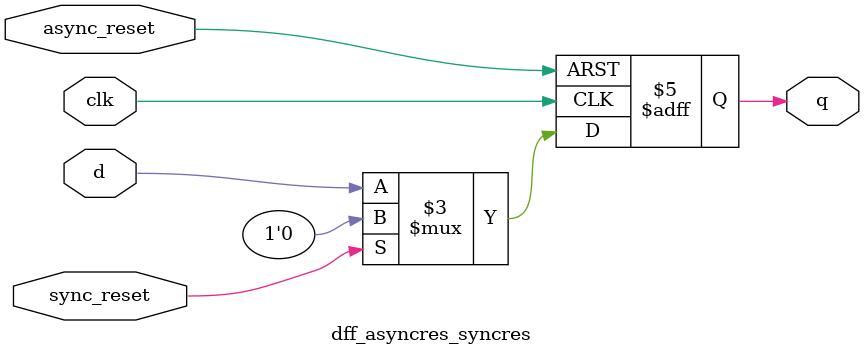
<source format=v>
module dff_asyncres_syncres ( input clk , input async_reset , input sync_reset , input d , output reg q );
always @ (posedge clk , posedge async_reset)
begin
	if(async_reset)
		q <= 1'b0;
	else if (sync_reset)
		q <= 1'b0;
	else	
		q <= d;
end
endmodule

</source>
